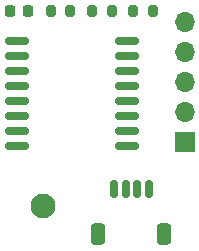
<source format=gbr>
%TF.GenerationSoftware,KiCad,Pcbnew,(6.0.9-0)*%
%TF.CreationDate,2023-01-03T19:06:45+00:00*%
%TF.ProjectId,ds3231_plus,64733332-3331-45f7-906c-75732e6b6963,rev?*%
%TF.SameCoordinates,Original*%
%TF.FileFunction,Soldermask,Top*%
%TF.FilePolarity,Negative*%
%FSLAX46Y46*%
G04 Gerber Fmt 4.6, Leading zero omitted, Abs format (unit mm)*
G04 Created by KiCad (PCBNEW (6.0.9-0)) date 2023-01-03 19:06:45*
%MOMM*%
%LPD*%
G01*
G04 APERTURE LIST*
G04 Aperture macros list*
%AMRoundRect*
0 Rectangle with rounded corners*
0 $1 Rounding radius*
0 $2 $3 $4 $5 $6 $7 $8 $9 X,Y pos of 4 corners*
0 Add a 4 corners polygon primitive as box body*
4,1,4,$2,$3,$4,$5,$6,$7,$8,$9,$2,$3,0*
0 Add four circle primitives for the rounded corners*
1,1,$1+$1,$2,$3*
1,1,$1+$1,$4,$5*
1,1,$1+$1,$6,$7*
1,1,$1+$1,$8,$9*
0 Add four rect primitives between the rounded corners*
20,1,$1+$1,$2,$3,$4,$5,0*
20,1,$1+$1,$4,$5,$6,$7,0*
20,1,$1+$1,$6,$7,$8,$9,0*
20,1,$1+$1,$8,$9,$2,$3,0*%
G04 Aperture macros list end*
%ADD10RoundRect,0.150000X-0.150000X-0.625000X0.150000X-0.625000X0.150000X0.625000X-0.150000X0.625000X0*%
%ADD11RoundRect,0.250000X-0.350000X-0.650000X0.350000X-0.650000X0.350000X0.650000X-0.350000X0.650000X0*%
%ADD12RoundRect,0.225000X0.225000X0.250000X-0.225000X0.250000X-0.225000X-0.250000X0.225000X-0.250000X0*%
%ADD13RoundRect,0.150000X-0.875000X-0.150000X0.875000X-0.150000X0.875000X0.150000X-0.875000X0.150000X0*%
%ADD14R,1.700000X1.700000*%
%ADD15O,1.700000X1.700000*%
%ADD16RoundRect,0.200000X-0.200000X-0.275000X0.200000X-0.275000X0.200000X0.275000X-0.200000X0.275000X0*%
%ADD17C,2.100000*%
%ADD18RoundRect,0.200000X0.200000X0.275000X-0.200000X0.275000X-0.200000X-0.275000X0.200000X-0.275000X0*%
G04 APERTURE END LIST*
D10*
%TO.C,Qwiic*%
X152000000Y-95500000D03*
X153000000Y-95500000D03*
X154000000Y-95500000D03*
X155000000Y-95500000D03*
D11*
X156300000Y-99375000D03*
X150700000Y-99375000D03*
%TD*%
D12*
%TO.C,C1*%
X144775000Y-80500000D03*
X143225000Y-80500000D03*
%TD*%
D13*
%TO.C,U1*%
X143830000Y-82980000D03*
X143830000Y-84250000D03*
X143830000Y-85520000D03*
X143830000Y-86790000D03*
X143830000Y-88060000D03*
X143830000Y-89330000D03*
X143830000Y-90600000D03*
X143830000Y-91870000D03*
X153130000Y-91870000D03*
X153130000Y-90600000D03*
X153130000Y-89330000D03*
X153130000Y-88060000D03*
X153130000Y-86790000D03*
X153130000Y-85520000D03*
X153130000Y-84250000D03*
X153130000Y-82980000D03*
%TD*%
D14*
%TO.C,J2*%
X158000000Y-91575000D03*
D15*
X158000000Y-89035000D03*
X158000000Y-86495000D03*
X158000000Y-83955000D03*
X158000000Y-81415000D03*
%TD*%
D16*
%TO.C,R1*%
X153675000Y-80500000D03*
X155325000Y-80500000D03*
%TD*%
%TO.C,R2*%
X150175000Y-80500000D03*
X151825000Y-80500000D03*
%TD*%
D17*
%TO.C,H1*%
X146000000Y-97000000D03*
%TD*%
D18*
%TO.C,R3*%
X148325000Y-80500000D03*
X146675000Y-80500000D03*
%TD*%
M02*

</source>
